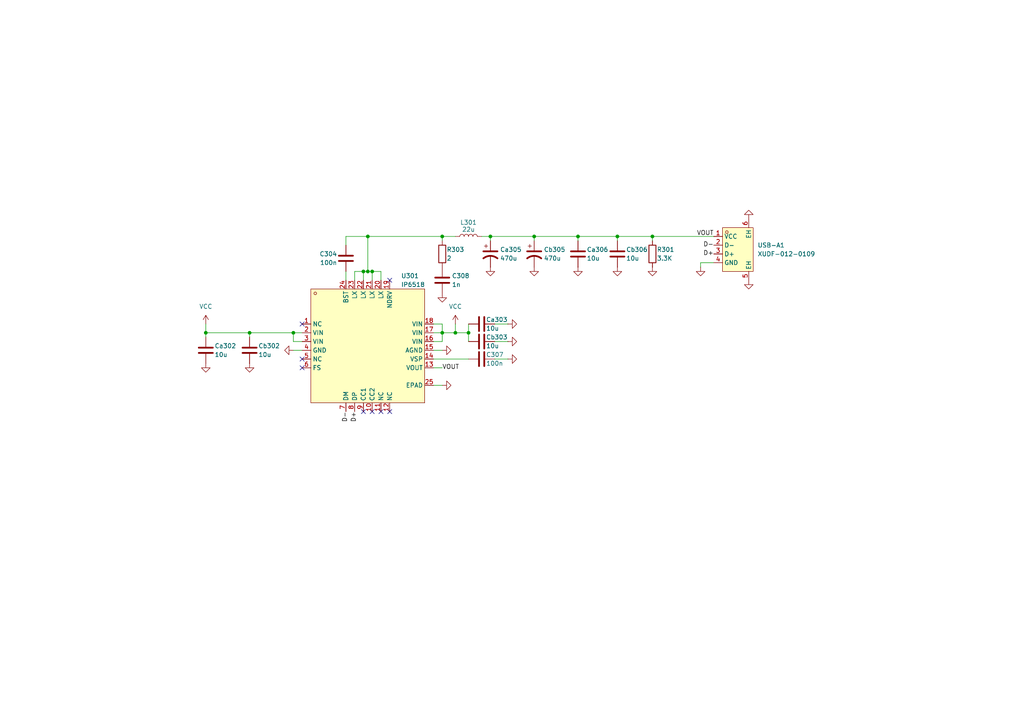
<source format=kicad_sch>
(kicad_sch (version 20231120) (generator "eeschema") (generator_version "8.0")
  (paper "A4")
  (lib_symbols
    (symbol "Device:C" (pin_numbers hide) (pin_names (offset 0.254))
      (property "Reference" "C" (at 0.635 2.54 0))
      (property "Value" "C" (at 0.635 -2.54 0))
      (symbol "C_0_1"
        (polyline (pts (xy -2.032 -0.762) (xy 2.032 -0.762)) (stroke (width 0.508)))
        (polyline (pts (xy -2.032 0.762) (xy 2.032 0.762)) (stroke (width 0.508)))
      )
      (symbol "C_1_1"
        (pin passive line (at 0 3.81 270) (length 2.794) (name "~") (number "1"))
        (pin passive line (at 0 -3.81 90) (length 2.794) (name "~") (number "2"))
      )
    )
    (symbol "Device:C_Polarized_US" (pin_numbers hide) (pin_names (offset 0.254) hide)
      (property "Reference" "C" (at 0.635 2.54 0))
      (property "Value" "C_Polarized_US" (at 0.635 -2.54 0))
      (symbol "C_Polarized_US_0_1"
        (polyline (pts (xy -2.032 0.762) (xy 2.032 0.762)) (stroke (width 0.508)))
        (polyline (pts (xy -1.778 2.286) (xy -0.762 2.286)))
        (polyline (pts (xy -1.27 1.778) (xy -1.27 2.794)))
        (arc (start 2.032 -1.27) (mid 0 -0.5572) (end -2.032 -1.27) (stroke (width 0.508)))
      )
      (symbol "C_Polarized_US_1_1"
        (pin passive line (at 0 3.81 270) (length 2.794) (name "~") (number "1"))
        (pin passive line (at 0 -3.81 90) (length 3.302) (name "~") (number "2"))
      )
    )
    (symbol "Device:L" (pin_numbers hide) (pin_names (offset 1.016) hide)
      (property "Reference" "L" (at -1.27 0 90))
      (property "Value" "L" (at 1.905 0 90))
      (symbol "L_0_1"
        (arc (start 0 -2.54) (mid 0.6323 -1.905) (end 0 -1.27))
        (arc (start 0 -1.27) (mid 0.6323 -0.635) (end 0 0))
        (arc (start 0 0) (mid 0.6323 0.635) (end 0 1.27))
        (arc (start 0 1.27) (mid 0.6323 1.905) (end 0 2.54))
      )
      (symbol "L_1_1"
        (pin passive line (at 0 3.81 270) (length 1.27) (name "1") (number "1"))
        (pin passive line (at 0 -3.81 90) (length 1.27) (name "2") (number "2"))
      )
    )
    (symbol "Device:R" (pin_numbers hide) (pin_names (offset 0))
      (property "Reference" "R" (at 2.032 0 90))
      (property "Value" "R" (at 0 0 90))
      (symbol "R_0_1"
        (rectangle (start -1.016 -2.54) (end 1.016 2.54) (stroke (width 0.254)))
      )
      (symbol "R_1_1"
        (pin passive line (at 0 3.81 270) (length 1.27) (name "~") (number "1"))
        (pin passive line (at 0 -3.81 90) (length 1.27) (name "~") (number "2"))
      )
    )
    (symbol "EasyEDA2KiCad:IP6518"
      (property "Reference" "U" (at 0 22.86 0))
      (property "Value" "IP6518" (at 0 -25.4 0))
      (symbol "IP6518_0_1"
        (rectangle (start -17.78 15.24) (end 15.24 -17.78) (fill (type background)))
        (circle (center -16.51 13.97) (radius 0.38))
        (pin unspecified line (at -20.32 5.08 0) (length 2.54) (name "NC") (number "1"))
        (pin unspecified line (at 0 -20.32 90) (length 2.54) (name "CC2") (number "10"))
        (pin unspecified line (at 2.54 -20.32 90) (length 2.54) (name "NC") (number "11"))
        (pin unspecified line (at 5.08 -20.32 90) (length 2.54) (name "NC") (number "12"))
        (pin unspecified line (at 17.78 -7.62 180) (length 2.54) (name "VOUT") (number "13"))
        (pin unspecified line (at 17.78 -5.08 180) (length 2.54) (name "VSP") (number "14"))
        (pin unspecified line (at 17.78 -2.54 180) (length 2.54) (name "AGND") (number "15"))
        (pin unspecified line (at 17.78 0 180) (length 2.54) (name "VIN") (number "16"))
        (pin unspecified line (at 17.78 2.54 180) (length 2.54) (name "VIN") (number "17"))
        (pin unspecified line (at 17.78 5.08 180) (length 2.54) (name "VIN") (number "18"))
        (pin unspecified line (at 5.08 17.78 270) (length 2.54) (name "NDRV") (number "19"))
        (pin unspecified line (at -20.32 2.54 0) (length 2.54) (name "VIN") (number "2"))
        (pin unspecified line (at 2.54 17.78 270) (length 2.54) (name "LX") (number "20"))
        (pin unspecified line (at 0 17.78 270) (length 2.54) (name "LX") (number "21"))
        (pin unspecified line (at -2.54 17.78 270) (length 2.54) (name "LX") (number "22"))
        (pin unspecified line (at -5.08 17.78 270) (length 2.54) (name "LX") (number "23"))
        (pin unspecified line (at -7.62 17.78 270) (length 2.54) (name "BST") (number "24"))
        (pin unspecified line (at 17.78 -12.7 180) (length 2.54) (name "EPAD") (number "25"))
        (pin unspecified line (at -20.32 0 0) (length 2.54) (name "VIN") (number "3"))
        (pin unspecified line (at -20.32 -2.54 0) (length 2.54) (name "GND") (number "4"))
        (pin unspecified line (at -20.32 -5.08 0) (length 2.54) (name "NC") (number "5"))
        (pin unspecified line (at -20.32 -7.62 0) (length 2.54) (name "FS") (number "6"))
        (pin unspecified line (at -7.62 -20.32 90) (length 2.54) (name "DM") (number "7"))
        (pin unspecified line (at -5.08 -20.32 90) (length 2.54) (name "DP") (number "8"))
        (pin unspecified line (at -2.54 -20.32 90) (length 2.54) (name "CC1") (number "9"))
      )
    )
    (symbol "Easyeda2kicad:XUDF-012-0109"
      (property "Reference" "USB" (at 0 13.97 0))
      (property "Value" "XUDF-012-0109" (at 0 -13.97 0))
      (symbol "XUDF-012-0109_0_1"
        (rectangle (start -3.81 6.35) (end 5.08 -6.35) (fill (type background)))
        (circle (center -2.54 5.08) (radius 0.38))
        (pin unspecified line (at -6.35 3.81 0) (length 2.54) (name "VCC") (number "1"))
        (pin unspecified line (at -6.35 1.27 0) (length 2.54) (name "D-") (number "2"))
        (pin unspecified line (at -6.35 -1.27 0) (length 2.54) (name "D+") (number "3"))
        (pin unspecified line (at -6.35 -3.81 0) (length 2.54) (name "GND") (number "4"))
        (pin unspecified line (at 3.81 -8.89 90) (length 2.54) (name "EH") (number "5"))
        (pin unspecified line (at 3.81 8.89 270) (length 2.54) (name "EH") (number "6"))
      )
    )
    (symbol "power:GND" (power) (pin_numbers hide) (pin_names (offset 0) hide)
      (property "Value" "GND" (at 0 -3.81 0))
      (symbol "GND_0_1"
        (polyline (pts (xy 0 0) (xy 0 -1.27) (xy 1.27 -1.27) (xy 0 -2.54) (xy -1.27 -1.27) (xy 0 -1.27)))
      )
      (symbol "GND_1_1"
        (pin power_in line (at 0 0 270) (length 0) (name "~") (number "1"))
      )
    )
    (symbol "power:VCC" (power) (pin_numbers hide) (pin_names (offset 0) hide)
      (property "Value" "VCC" (at 0 3.556 0))
      (symbol "VCC_0_1"
        (polyline (pts (xy -0.762 1.27) (xy 0 2.54)))
        (polyline (pts (xy 0 0) (xy 0 2.54)))
        (polyline (pts (xy 0 2.54) (xy 0.762 1.27)))
      )
      (symbol "VCC_1_1"
        (pin power_in line (at 0 0 90) (length 0) (name "~") (number "1"))
      )
    )
  )
  (junction (at 189.23 68.58))
  (junction (at 132.08 96.52))
  (junction (at 105.41 78.74))
  (junction (at 85.09 96.52))
  (junction (at 106.68 68.58))
  (junction (at 135.89 96.52))
  (junction (at 128.27 96.52))
  (junction (at 72.39 96.52))
  (junction (at 154.94 68.58))
  (junction (at 128.27 68.58))
  (junction (at 106.68 78.74))
  (junction (at 167.64 68.58))
  (junction (at 179.07 68.58))
  (junction (at 59.69 96.52))
  (junction (at 107.95 78.74))
  (junction (at 142.24 68.58))
  (no_connect (at 87.63 106.68))
  (no_connect (at 113.03 119.38))
  (no_connect (at 107.95 119.38))
  (no_connect (at 113.03 81.28))
  (no_connect (at 87.63 104.14))
  (no_connect (at 105.41 119.38))
  (no_connect (at 110.49 119.38))
  (no_connect (at 87.63 93.98))
  (wire (pts (xy 147.32 93.98) (xy 143.51 93.98)))
  (wire (pts (xy 135.89 93.98) (xy 135.89 96.52)))
  (wire (pts (xy 135.89 96.52) (xy 135.89 99.06)))
  (wire (pts (xy 85.09 96.52) (xy 85.09 99.06)))
  (wire (pts (xy 203.2 77.47) (xy 203.2 76.2)))
  (wire (pts (xy 128.27 93.98) (xy 128.27 96.52)))
  (wire (pts (xy 59.69 97.79) (xy 59.69 96.52)))
  (wire (pts (xy 125.73 111.76) (xy 128.27 111.76)))
  (wire (pts (xy 59.69 96.52) (xy 72.39 96.52)))
  (wire (pts (xy 128.27 69.85) (xy 128.27 68.58)))
  (wire (pts (xy 132.08 96.52) (xy 135.89 96.52)))
  (wire (pts (xy 147.32 104.14) (xy 143.51 104.14)))
  (wire (pts (xy 106.68 68.58) (xy 106.68 78.74)))
  (wire (pts (xy 85.09 99.06) (xy 87.63 99.06)))
  (wire (pts (xy 189.23 69.85) (xy 189.23 68.58)))
  (wire (pts (xy 105.41 78.74) (xy 106.68 78.74)))
  (wire (pts (xy 100.33 68.58) (xy 100.33 71.12)))
  (wire (pts (xy 85.09 101.6) (xy 87.63 101.6)))
  (wire (pts (xy 125.73 104.14) (xy 135.89 104.14)))
  (wire (pts (xy 167.64 68.58) (xy 179.07 68.58)))
  (wire (pts (xy 154.94 69.85) (xy 154.94 68.58)))
  (wire (pts (xy 59.69 93.98) (xy 59.69 96.52)))
  (wire (pts (xy 179.07 68.58) (xy 179.07 69.85)))
  (wire (pts (xy 128.27 68.58) (xy 132.08 68.58)))
  (wire (pts (xy 125.73 106.68) (xy 128.27 106.68)))
  (wire (pts (xy 72.39 96.52) (xy 72.39 97.79)))
  (wire (pts (xy 106.68 78.74) (xy 107.95 78.74)))
  (wire (pts (xy 125.73 93.98) (xy 128.27 93.98)))
  (wire (pts (xy 128.27 96.52) (xy 132.08 96.52)))
  (wire (pts (xy 132.08 93.98) (xy 132.08 96.52)))
  (wire (pts (xy 107.95 78.74) (xy 110.49 78.74)))
  (wire (pts (xy 110.49 78.74) (xy 110.49 81.28)))
  (wire (pts (xy 147.32 99.06) (xy 143.51 99.06)))
  (wire (pts (xy 105.41 78.74) (xy 105.41 81.28)))
  (wire (pts (xy 125.73 101.6) (xy 128.27 101.6)))
  (wire (pts (xy 100.33 68.58) (xy 106.68 68.58)))
  (wire (pts (xy 167.64 68.58) (xy 167.64 69.85)))
  (wire (pts (xy 100.33 78.74) (xy 100.33 81.28)))
  (wire (pts (xy 128.27 96.52) (xy 128.27 99.06)))
  (wire (pts (xy 107.95 78.74) (xy 107.95 81.28)))
  (wire (pts (xy 189.23 68.58) (xy 207.01 68.58)))
  (wire (pts (xy 142.24 68.58) (xy 154.94 68.58)))
  (wire (pts (xy 154.94 68.58) (xy 167.64 68.58)))
  (wire (pts (xy 142.24 69.85) (xy 142.24 68.58)))
  (wire (pts (xy 106.68 68.58) (xy 128.27 68.58)))
  (wire (pts (xy 179.07 68.58) (xy 189.23 68.58)))
  (wire (pts (xy 102.87 81.28) (xy 102.87 78.74)))
  (wire (pts (xy 72.39 96.52) (xy 85.09 96.52)))
  (wire (pts (xy 125.73 96.52) (xy 128.27 96.52)))
  (wire (pts (xy 203.2 76.2) (xy 207.01 76.2)))
  (wire (pts (xy 139.7 68.58) (xy 142.24 68.58)))
  (wire (pts (xy 128.27 99.06) (xy 125.73 99.06)))
  (wire (pts (xy 102.87 78.74) (xy 105.41 78.74)))
  (wire (pts (xy 87.63 96.52) (xy 85.09 96.52)))
  (label "D+" (at 102.87 119.38 270))
  (label "VOUT" (at 207.01 68.58 180))
  (label "D-" (at 100.33 119.38 270))
  (label "VOUT" (at 128.27 106.68 0))
  (label "D+" (at 207.01 73.66 180))
  (label "D-" (at 207.01 71.12 180))
  (symbol (lib_id "Device:C") (at 167.64 73.66 0) (unit 1)
    (property "Reference" "Ca306" (at 170.18 72.39 0) (effects (justify left)))
    (property "Value" "10u" (at 170.18 74.93 0) (effects (justify left)))
    (property "Footprint" "Capacitor_SMD:C_1206_3216Metric" (effects (hide yes)))
    (property "Datasheet" "https://jlcpcb.com/partdetail/14236-CL31A106KBHNNNE/C13585" (effects (hide yes)))
    (property "Description" "Unpolarized capacitor" (effects (hide yes)))
    (property "LCSC Part" "C13585" (effects (hide yes)))
  )
  (symbol (lib_id "power:GND") (at 167.64 77.47 0) (unit 1)
    (property "Reference" "#PWR0315" (effects (hide yes)))
    (property "Value" "GND" (effects (hide yes)))
    (property "Description" "Power symbol creates a global label with name \"GND\" , ground" (effects (hide yes)))
  )
  (symbol (lib_id "Device:R") (at 189.23 73.66 0) (unit 1)
    (property "Reference" "R301" (at 190.5 72.39 0) (effects (justify left)))
    (property "Value" "3.3K" (at 190.5 74.93 0) (effects (justify left)))
    (property "Footprint" "Resistor_SMD:R_0402_1005Metric" (effects (hide yes)))
    (property "Description" "Resistor" (effects (hide yes)))
  )
  (symbol (lib_id "power:GND") (at 128.27 111.76 90) (unit 1)
    (property "Reference" "#PWR0308" (effects (hide yes)))
    (property "Value" "GND" (effects (hide yes)))
    (property "Description" "Power symbol creates a global label with name \"GND\" , ground" (effects (hide yes)))
  )
  (symbol (lib_id "Device:L") (at 135.89 68.58 90) (unit 1) (in_bom no)
    (property "Reference" "L301" (at 135.89 64.516 90))
    (property "Value" "22u" (at 135.89 66.548 90))
    (property "Footprint" "easyeda2kicad:IND-SMD_L13.5-W12.6_125CDMCC-DS" (effects (hide yes)))
    (property "Datasheet" "https://jlcpcb.com/partdetail/taitech-TMPA1265SP_220MND/C357119" (effects (hide yes)))
    (property "Description" "Inductor" (effects (hide yes)))
    (property "LCSC Part" "C357119" (effects (hide yes)))
  )
  (symbol (lib_id "Device:R") (at 128.27 73.66 0) (unit 1)
    (property "Reference" "R303" (at 129.54 72.39 0) (effects (justify left)))
    (property "Value" "2" (at 129.54 74.93 0) (effects (justify left)))
    (property "Footprint" "Resistor_SMD:R_0402_1005Metric" (effects (hide yes)))
    (property "Description" "Resistor" (effects (hide yes)))
  )
  (symbol (lib_id "Device:C") (at 128.27 81.28 180) (unit 1)
    (property "Reference" "C308" (at 131.064 80.01 0) (effects (justify right)))
    (property "Value" "1n" (at 131.064 82.55 0) (effects (justify right)))
    (property "Footprint" "Capacitor_SMD:C_0402_1005Metric" (effects (hide yes)))
    (property "Description" "Unpolarized capacitor" (effects (hide yes)))
  )
  (symbol (lib_id "power:GND") (at 203.2 77.47 0) (unit 1)
    (property "Reference" "#PWR0318" (effects (hide yes)))
    (property "Value" "GND" (effects (hide yes)))
    (property "Description" "Power symbol creates a global label with name \"GND\" , ground" (effects (hide yes)))
  )
  (symbol (lib_id "power:GND") (at 72.39 105.41 0) (unit 1)
    (property "Reference" "#PWR0304" (effects (hide yes)))
    (property "Value" "GND" (effects (hide yes)))
    (property "Description" "Power symbol creates a global label with name \"GND\" , ground" (effects (hide yes)))
  )
  (symbol (lib_id "Device:C") (at 72.39 101.6 0) (unit 1)
    (property "Reference" "Cb302" (at 74.93 100.33 0) (effects (justify left)))
    (property "Value" "10u" (at 74.93 102.87 0) (effects (justify left)))
    (property "Footprint" "Capacitor_SMD:C_1206_3216Metric" (effects (hide yes)))
    (property "Datasheet" "https://jlcpcb.com/partdetail/14236-CL31A106KBHNNNE/C13585" (effects (hide yes)))
    (property "Description" "Unpolarized capacitor" (effects (hide yes)))
    (property "LCSC Part" "C13585" (effects (hide yes)))
  )
  (symbol (lib_id "Device:C") (at 59.69 101.6 0) (unit 1)
    (property "Reference" "Ca302" (at 62.23 100.33 0) (effects (justify left)))
    (property "Value" "10u" (at 62.23 102.87 0) (effects (justify left)))
    (property "Footprint" "Capacitor_SMD:C_1206_3216Metric" (effects (hide yes)))
    (property "Datasheet" "https://jlcpcb.com/partdetail/14236-CL31A106KBHNNNE/C13585" (effects (hide yes)))
    (property "Description" "Unpolarized capacitor" (effects (hide yes)))
    (property "LCSC Part" "C13585" (effects (hide yes)))
  )
  (symbol (lib_id "power:GND") (at 189.23 77.47 0) (unit 1)
    (property "Reference" "#PWR0317" (effects (hide yes)))
    (property "Value" "GND" (effects (hide yes)))
    (property "Description" "Power symbol creates a global label with name \"GND\" , ground" (effects (hide yes)))
  )
  (symbol (lib_id "power:GND") (at 179.07 77.47 0) (unit 1)
    (property "Reference" "#PWR0316" (effects (hide yes)))
    (property "Value" "GND" (effects (hide yes)))
    (property "Description" "Power symbol creates a global label with name \"GND\" , ground" (effects (hide yes)))
  )
  (symbol (lib_id "Device:C") (at 139.7 93.98 90) (unit 1)
    (property "Reference" "Ca303" (at 140.97 92.71 90) (effects (justify right)))
    (property "Value" "10u" (at 140.97 95.25 90) (effects (justify right)))
    (property "Footprint" "Capacitor_SMD:C_1206_3216Metric" (effects (hide yes)))
    (property "Datasheet" "https://jlcpcb.com/partdetail/14236-CL31A106KBHNNNE/C13585" (effects (hide yes)))
    (property "Description" "Unpolarized capacitor" (effects (hide yes)))
    (property "LCSC Part" "C13585" (effects (hide yes)))
  )
  (symbol (lib_id "Device:C") (at 100.33 74.93 0) (unit 1)
    (property "Reference" "C304" (at 97.79 73.66 0) (effects (justify right)))
    (property "Value" "100n" (at 97.79 76.2 0) (effects (justify right)))
    (property "Footprint" "Capacitor_SMD:C_0402_1005Metric" (effects (hide yes)))
    (property "Description" "Unpolarized capacitor" (effects (hide yes)))
  )
  (symbol (lib_id "power:GND") (at 147.32 93.98 90) (unit 1)
    (property "Reference" "#PWR0311" (effects (hide yes)))
    (property "Value" "GND" (effects (hide yes)))
    (property "Description" "Power symbol creates a global label with name \"GND\" , ground" (effects (hide yes)))
  )
  (symbol (lib_id "power:GND") (at 217.17 63.5 180) (unit 1)
    (property "Reference" "#PWR0319" (effects (hide yes)))
    (property "Value" "GND" (effects (hide yes)))
    (property "Description" "Power symbol creates a global label with name \"GND\" , ground" (effects (hide yes)))
  )
  (symbol (lib_id "power:GND") (at 147.32 99.06 90) (unit 1)
    (property "Reference" "#PWR0312" (effects (hide yes)))
    (property "Value" "GND" (effects (hide yes)))
    (property "Description" "Power symbol creates a global label with name \"GND\" , ground" (effects (hide yes)))
  )
  (symbol (lib_id "power:GND") (at 59.69 105.41 0) (unit 1)
    (property "Reference" "#PWR0303" (effects (hide yes)))
    (property "Value" "GND" (effects (hide yes)))
    (property "Description" "Power symbol creates a global label with name \"GND\" , ground" (effects (hide yes)))
  )
  (symbol (lib_id "power:GND") (at 154.94 77.47 0) (unit 1)
    (property "Reference" "#PWR0314" (effects (hide yes)))
    (property "Value" "GND" (effects (hide yes)))
    (property "Description" "Power symbol creates a global label with name \"GND\" , ground" (effects (hide yes)))
  )
  (symbol (lib_id "Device:C") (at 179.07 73.66 0) (unit 1)
    (property "Reference" "Cb306" (at 181.61 72.39 0) (effects (justify left)))
    (property "Value" "10u" (at 181.61 74.93 0) (effects (justify left)))
    (property "Footprint" "Capacitor_SMD:C_1206_3216Metric" (effects (hide yes)))
    (property "Datasheet" "https://jlcpcb.com/partdetail/14236-CL31A106KBHNNNE/C13585" (effects (hide yes)))
    (property "Description" "Unpolarized capacitor" (effects (hide yes)))
    (property "LCSC Part" "C13585" (effects (hide yes)))
  )
  (symbol (lib_id "Easyeda2kicad:XUDF-012-0109") (at 213.36 72.39 0) (unit 1) (in_bom no)
    (property "Reference" "USB-A1" (at 219.71 71.1199 0) (effects (justify left)))
    (property "Value" "XUDF-012-0109" (at 219.71 73.6599 0) (effects (justify left)))
    (property "Footprint" "easyeda2kicad:USB-A-TH_XUDF-012-0109" (effects (hide yes)))
    (property "Datasheet" "https://www.lcsc.com/product-detail/USB-Connectors_Lian-Xin-Technology-XUDF-012-0109_C7529549.html" (effects (hide yes)))
    (property "LCSC Part" "C7529549" (effects (hide yes)))
  )
  (symbol (lib_id "Device:C_Polarized_US") (at 154.94 73.66 0) (unit 1) (in_bom no)
    (property "Reference" "Cb305" (at 157.734 72.39 0) (effects (justify left)))
    (property "Value" "470u" (at 157.734 74.93 0) (effects (justify left)))
    (property "Footprint" "Capacitor_THT:CP_Radial_D10.0mm_P5.00mm" (effects (hide yes)))
    (property "Datasheet" "https://www.lcsc.com/product-detail/Aluminum-Electrolytic-Capacitors-Leaded_Ymin-NPXE0901E471MJTM_C2976267.html" (effects (hide yes)))
    (property "Description" "Polarized capacitor, US symbol" (effects (hide yes)))
    (property "LCSC Part" "C2976267" (effects (hide yes)))
  )
  (symbol (lib_id "power:GND") (at 142.24 77.47 0) (unit 1)
    (property "Reference" "#PWR0310" (effects (hide yes)))
    (property "Value" "GND" (effects (hide yes)))
    (property "Description" "Power symbol creates a global label with name \"GND\" , ground" (effects (hide yes)))
  )
  (symbol (lib_id "power:GND") (at 147.32 104.14 90) (unit 1)
    (property "Reference" "#PWR0313" (effects (hide yes)))
    (property "Value" "GND" (effects (hide yes)))
    (property "Description" "Power symbol creates a global label with name \"GND\" , ground" (effects (hide yes)))
  )
  (symbol (lib_id "Device:C") (at 139.7 99.06 90) (unit 1)
    (property "Reference" "Cb303" (at 140.97 97.79 90) (effects (justify right)))
    (property "Value" "10u" (at 140.97 100.33 90) (effects (justify right)))
    (property "Footprint" "Capacitor_SMD:C_1206_3216Metric" (effects (hide yes)))
    (property "Datasheet" "https://jlcpcb.com/partdetail/14236-CL31A106KBHNNNE/C13585" (effects (hide yes)))
    (property "Description" "Unpolarized capacitor" (effects (hide yes)))
    (property "LCSC Part" "C13585" (effects (hide yes)))
  )
  (symbol (lib_id "Device:C") (at 139.7 104.14 90) (unit 1)
    (property "Reference" "C307" (at 140.97 102.87 90) (effects (justify right)))
    (property "Value" "100n" (at 140.97 105.41 90) (effects (justify right)))
    (property "Footprint" "Capacitor_SMD:C_0402_1005Metric" (effects (hide yes)))
    (property "Description" "Unpolarized capacitor" (effects (hide yes)))
  )
  (symbol (lib_id "power:GND") (at 217.17 81.28 0) (unit 1)
    (property "Reference" "#PWR0320" (effects (hide yes)))
    (property "Value" "GND" (effects (hide yes)))
    (property "Description" "Power symbol creates a global label with name \"GND\" , ground" (effects (hide yes)))
  )
  (symbol (lib_id "power:VCC") (at 132.08 93.98 0) (unit 1)
    (property "Reference" "#PWR0309" (effects (hide yes)))
    (property "Value" "VCC" (at 132.08 88.9 0))
    (property "Description" "Power symbol creates a global label with name \"VCC\"" (effects (hide yes)))
  )
  (symbol (lib_id "power:GND") (at 128.27 85.09 0) (unit 1)
    (property "Reference" "#PWR0306" (effects (hide yes)))
    (property "Value" "GND" (effects (hide yes)))
    (property "Description" "Power symbol creates a global label with name \"GND\" , ground" (effects (hide yes)))
  )
  (symbol (lib_id "power:GND") (at 128.27 101.6 90) (unit 1)
    (property "Reference" "#PWR0307" (effects (hide yes)))
    (property "Value" "GND" (effects (hide yes)))
    (property "Description" "Power symbol creates a global label with name \"GND\" , ground" (effects (hide yes)))
  )
  (symbol (lib_id "power:VCC") (at 59.69 93.98 0) (unit 1)
    (property "Reference" "#PWR0302" (effects (hide yes)))
    (property "Value" "VCC" (at 59.69 88.9 0))
    (property "Description" "Power symbol creates a global label with name \"VCC\"" (effects (hide yes)))
  )
  (symbol (lib_id "power:GND") (at 85.09 101.6 270) (unit 1)
    (property "Reference" "#PWR0305" (effects (hide yes)))
    (property "Value" "GND" (effects (hide yes)))
    (property "Description" "Power symbol creates a global label with name \"GND\" , ground" (effects (hide yes)))
  )
  (symbol (lib_id "EasyEDA2KiCad:IP6518") (at 107.95 99.06 0) (unit 1)
    (property "Reference" "U301" (at 116.332 80.01 0) (effects (justify left)))
    (property "Value" "IP6518" (at 116.332 82.55 0) (effects (justify left)))
    (property "Footprint" "easyeda2kicad:QFN-24_L4.0-W4.0-P0.50-BL-EP2.6" (effects (hide yes)))
    (property "Datasheet" "http://www.injoinic.com/wwwroot/uploads/files/20200220/c55f78d32299df716a7c737ce28c2af2.pdf" (effects (hide yes)))
    (property "LCSC Part" "C181688" (effects (hide yes)))
  )
  (symbol (lib_id "Device:C_Polarized_US") (at 142.24 73.66 0) (unit 1) (in_bom no)
    (property "Reference" "Ca305" (at 145.034 72.39 0) (effects (justify left)))
    (property "Value" "470u" (at 145.034 74.93 0) (effects (justify left)))
    (property "Footprint" "Capacitor_THT:CP_Radial_D10.0mm_P5.00mm" (effects (hide yes)))
    (property "Datasheet" "https://www.lcsc.com/product-detail/Aluminum-Electrolytic-Capacitors-Leaded_Ymin-NPXE0901E471MJTM_C2976267.html" (effects (hide yes)))
    (property "Description" "Polarized capacitor, US symbol" (effects (hide yes)))
    (property "LCSC Part" "C2976267" (effects (hide yes)))
  )
)
</source>
